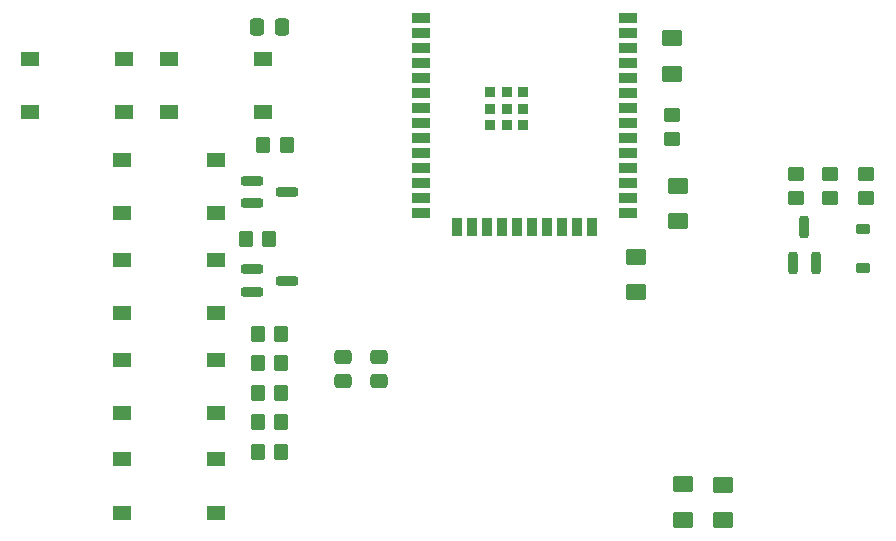
<source format=gbr>
%TF.GenerationSoftware,KiCad,Pcbnew,8.0.3*%
%TF.CreationDate,2024-06-29T17:40:47+07:00*%
%TF.ProjectId,solder-reflow,736f6c64-6572-42d7-9265-666c6f772e6b,rev?*%
%TF.SameCoordinates,Original*%
%TF.FileFunction,Paste,Top*%
%TF.FilePolarity,Positive*%
%FSLAX46Y46*%
G04 Gerber Fmt 4.6, Leading zero omitted, Abs format (unit mm)*
G04 Created by KiCad (PCBNEW 8.0.3) date 2024-06-29 17:40:47*
%MOMM*%
%LPD*%
G01*
G04 APERTURE LIST*
G04 Aperture macros list*
%AMRoundRect*
0 Rectangle with rounded corners*
0 $1 Rounding radius*
0 $2 $3 $4 $5 $6 $7 $8 $9 X,Y pos of 4 corners*
0 Add a 4 corners polygon primitive as box body*
4,1,4,$2,$3,$4,$5,$6,$7,$8,$9,$2,$3,0*
0 Add four circle primitives for the rounded corners*
1,1,$1+$1,$2,$3*
1,1,$1+$1,$4,$5*
1,1,$1+$1,$6,$7*
1,1,$1+$1,$8,$9*
0 Add four rect primitives between the rounded corners*
20,1,$1+$1,$2,$3,$4,$5,0*
20,1,$1+$1,$4,$5,$6,$7,0*
20,1,$1+$1,$6,$7,$8,$9,0*
20,1,$1+$1,$8,$9,$2,$3,0*%
G04 Aperture macros list end*
%ADD10RoundRect,0.250001X-0.624999X0.462499X-0.624999X-0.462499X0.624999X-0.462499X0.624999X0.462499X0*%
%ADD11RoundRect,0.250000X0.350000X0.450000X-0.350000X0.450000X-0.350000X-0.450000X0.350000X-0.450000X0*%
%ADD12RoundRect,0.250000X0.450000X-0.350000X0.450000X0.350000X-0.450000X0.350000X-0.450000X-0.350000X0*%
%ADD13R,1.500000X0.900000*%
%ADD14R,0.900000X1.500000*%
%ADD15R,0.900000X0.900000*%
%ADD16RoundRect,0.250000X-0.350000X-0.450000X0.350000X-0.450000X0.350000X0.450000X-0.350000X0.450000X0*%
%ADD17RoundRect,0.250000X-0.450000X0.350000X-0.450000X-0.350000X0.450000X-0.350000X0.450000X0.350000X0*%
%ADD18R,1.550000X1.300000*%
%ADD19RoundRect,0.200000X-0.750000X-0.200000X0.750000X-0.200000X0.750000X0.200000X-0.750000X0.200000X0*%
%ADD20RoundRect,0.250000X-0.337500X-0.475000X0.337500X-0.475000X0.337500X0.475000X-0.337500X0.475000X0*%
%ADD21RoundRect,0.250000X0.475000X-0.337500X0.475000X0.337500X-0.475000X0.337500X-0.475000X-0.337500X0*%
%ADD22RoundRect,0.200000X0.200000X-0.750000X0.200000X0.750000X-0.200000X0.750000X-0.200000X-0.750000X0*%
%ADD23RoundRect,0.225000X0.375000X-0.225000X0.375000X0.225000X-0.375000X0.225000X-0.375000X-0.225000X0*%
%ADD24RoundRect,0.250001X0.624999X-0.462499X0.624999X0.462499X-0.624999X0.462499X-0.624999X-0.462499X0*%
G04 APERTURE END LIST*
D10*
%TO.C,D8*%
X156500000Y-95512500D03*
X156500000Y-98487500D03*
%TD*%
D11*
%TO.C,R9*%
X126500000Y-107000000D03*
X124500000Y-107000000D03*
%TD*%
D12*
%TO.C,R23*%
X170050000Y-90500000D03*
X170050000Y-88500000D03*
%TD*%
D13*
%TO.C,U6*%
X138340000Y-75240000D03*
X138340000Y-76510000D03*
X138340000Y-77780000D03*
X138340000Y-79050000D03*
X138340000Y-80320000D03*
X138340000Y-81590000D03*
X138340000Y-82860000D03*
X138340000Y-84130000D03*
X138340000Y-85400000D03*
X138340000Y-86670000D03*
X138340000Y-87940000D03*
X138340000Y-89210000D03*
X138340000Y-90480000D03*
X138340000Y-91750000D03*
D14*
X141380000Y-93000000D03*
X142650000Y-93000000D03*
X143920000Y-93000000D03*
X145190000Y-93000000D03*
X146460000Y-93000000D03*
X147730000Y-93000000D03*
X149000000Y-93000000D03*
X150270000Y-93000000D03*
X151540000Y-93000000D03*
X152810000Y-93000000D03*
D13*
X155840000Y-91750000D03*
X155840000Y-90480000D03*
X155840000Y-89210000D03*
X155840000Y-87940000D03*
X155840000Y-86670000D03*
X155840000Y-85400000D03*
X155840000Y-84130000D03*
X155840000Y-82860000D03*
X155840000Y-81590000D03*
X155840000Y-80320000D03*
X155840000Y-79050000D03*
X155840000Y-77780000D03*
X155840000Y-76510000D03*
X155840000Y-75240000D03*
D15*
X144190000Y-81560000D03*
X144190000Y-82960000D03*
X144190000Y-84360000D03*
X145590000Y-81560000D03*
X145590000Y-82960000D03*
X145590000Y-84360000D03*
X146990000Y-81560000D03*
X146990000Y-82960000D03*
X146990000Y-84360000D03*
%TD*%
D10*
%TO.C,D3*%
X159590000Y-77002500D03*
X159590000Y-79977500D03*
%TD*%
D16*
%TO.C,RA1*%
X124500000Y-109500000D03*
X126500000Y-109500000D03*
%TD*%
D17*
%TO.C,R25*%
X176050000Y-88500000D03*
X176050000Y-90500000D03*
%TD*%
D11*
%TO.C,R10*%
X125500000Y-94000000D03*
X123500000Y-94000000D03*
%TD*%
D18*
%TO.C,SW2*%
X105275000Y-78750000D03*
X113225000Y-78750000D03*
X105275000Y-83250000D03*
X113225000Y-83250000D03*
%TD*%
D19*
%TO.C,Q3*%
X124000000Y-89050000D03*
X124000000Y-90950000D03*
X127000000Y-90000000D03*
%TD*%
D20*
%TO.C,C10*%
X124462500Y-76000000D03*
X126537500Y-76000000D03*
%TD*%
D18*
%TO.C,SW5*%
X113025000Y-95750000D03*
X120975000Y-95750000D03*
X113025000Y-100250000D03*
X120975000Y-100250000D03*
%TD*%
D19*
%TO.C,Q4*%
X124000000Y-96550000D03*
X124000000Y-98450000D03*
X127000000Y-97500000D03*
%TD*%
D18*
%TO.C,SW7*%
X113025000Y-112650000D03*
X120975000Y-112650000D03*
X113025000Y-117150000D03*
X120975000Y-117150000D03*
%TD*%
D21*
%TO.C,C3*%
X134750000Y-106037500D03*
X134750000Y-103962500D03*
%TD*%
%TO.C,C1*%
X131750000Y-106037500D03*
X131750000Y-103962500D03*
%TD*%
D18*
%TO.C,SW6*%
X113025000Y-104200000D03*
X120975000Y-104200000D03*
X113025000Y-108700000D03*
X120975000Y-108700000D03*
%TD*%
D11*
%TO.C,R3*%
X126500000Y-102000000D03*
X124500000Y-102000000D03*
%TD*%
D16*
%TO.C,RB1*%
X124500000Y-112000000D03*
X126500000Y-112000000D03*
%TD*%
D17*
%TO.C,R22*%
X159590000Y-83490000D03*
X159590000Y-85490000D03*
%TD*%
D18*
%TO.C,SW4*%
X113025000Y-87300000D03*
X120975000Y-87300000D03*
X113025000Y-91800000D03*
X120975000Y-91800000D03*
%TD*%
D11*
%TO.C,R7*%
X126999998Y-86000000D03*
X124999998Y-86000000D03*
%TD*%
D10*
%TO.C,D2*%
X163925000Y-114772500D03*
X163925000Y-117747500D03*
%TD*%
%TO.C,D7*%
X160090000Y-89502500D03*
X160090000Y-92477500D03*
%TD*%
D11*
%TO.C,R8*%
X126500000Y-104500000D03*
X124500000Y-104500000D03*
%TD*%
D18*
%TO.C,SW3*%
X117025000Y-78750000D03*
X124975000Y-78750000D03*
X117025000Y-83250000D03*
X124975000Y-83250000D03*
%TD*%
D22*
%TO.C,Q2*%
X169850000Y-96000000D03*
X171750000Y-96000000D03*
X170800000Y-93000000D03*
%TD*%
D23*
%TO.C,D4*%
X175800000Y-96400000D03*
X175800000Y-93100000D03*
%TD*%
D12*
%TO.C,R24*%
X173000000Y-90500000D03*
X173000000Y-88500000D03*
%TD*%
D24*
%TO.C,D5*%
X160515000Y-117737500D03*
X160515000Y-114762500D03*
%TD*%
M02*

</source>
